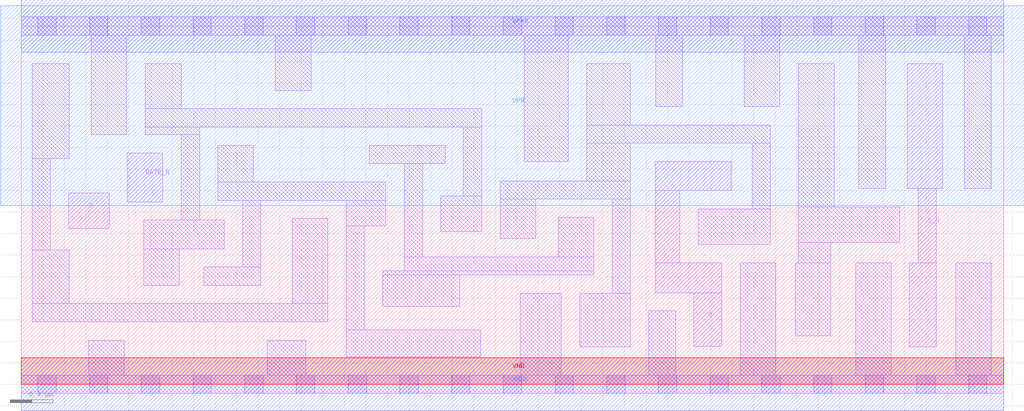
<source format=lef>
# Copyright 2020 The SkyWater PDK Authors
#
# Licensed under the Apache License, Version 2.0 (the "License");
# you may not use this file except in compliance with the License.
# You may obtain a copy of the License at
#
#     https://www.apache.org/licenses/LICENSE-2.0
#
# Unless required by applicable law or agreed to in writing, software
# distributed under the License is distributed on an "AS IS" BASIS,
# WITHOUT WARRANTIES OR CONDITIONS OF ANY KIND, either express or implied.
# See the License for the specific language governing permissions and
# limitations under the License.
#
# SPDX-License-Identifier: Apache-2.0

VERSION 5.7 ;
  NOWIREEXTENSIONATPIN ON ;
  DIVIDERCHAR "/" ;
  BUSBITCHARS "[]" ;
MACRO sky130_fd_sc_hs__dlxbn_2
  CLASS CORE ;
  FOREIGN sky130_fd_sc_hs__dlxbn_2 ;
  ORIGIN  0.000000  0.000000 ;
  SIZE  9.120000 BY  3.330000 ;
  SYMMETRY X Y ;
  SITE unit ;
  PIN D
    ANTENNAGATEAREA  0.208500 ;
    DIRECTION INPUT ;
    USE SIGNAL ;
    PORT
      LAYER li1 ;
        RECT 0.440000 1.450000 0.815000 1.780000 ;
    END
  END D
  PIN Q
    ANTENNADIFFAREA  0.543200 ;
    DIRECTION OUTPUT ;
    USE SIGNAL ;
    PORT
      LAYER li1 ;
        RECT 5.885000 0.850000 6.505000 1.130000 ;
        RECT 5.885000 1.130000 6.115000 1.800000 ;
        RECT 5.885000 1.800000 6.590000 2.070000 ;
        RECT 6.245000 0.355000 6.505000 0.850000 ;
    END
  END Q
  PIN Q_N
    ANTENNADIFFAREA  0.543200 ;
    DIRECTION OUTPUT ;
    USE SIGNAL ;
    PORT
      LAYER li1 ;
        RECT 8.225000 1.820000 8.555000 2.980000 ;
        RECT 8.245000 0.350000 8.495000 1.130000 ;
        RECT 8.325000 1.130000 8.495000 1.820000 ;
    END
  END Q_N
  PIN GATE_N
    ANTENNAGATEAREA  0.237000 ;
    DIRECTION INPUT ;
    USE CLOCK ;
    PORT
      LAYER li1 ;
        RECT 0.985000 1.695000 1.315000 2.150000 ;
    END
  END GATE_N
  PIN VGND
    DIRECTION INOUT ;
    USE GROUND ;
    PORT
      LAYER met1 ;
        RECT 0.000000 -0.245000 9.120000 0.245000 ;
    END
  END VGND
  PIN VNB
    DIRECTION INOUT ;
    USE GROUND ;
    PORT
      LAYER pwell ;
        RECT 0.000000 0.000000 9.120000 0.245000 ;
    END
  END VNB
  PIN VPB
    DIRECTION INOUT ;
    USE POWER ;
    PORT
      LAYER nwell ;
        RECT -0.190000 1.660000 9.310000 3.520000 ;
    END
  END VPB
  PIN VPWR
    DIRECTION INOUT ;
    USE POWER ;
    PORT
      LAYER met1 ;
        RECT 0.000000 3.085000 9.120000 3.575000 ;
    END
  END VPWR
  OBS
    LAYER li1 ;
      RECT 0.000000 -0.085000 9.120000 0.085000 ;
      RECT 0.000000  3.245000 9.120000 3.415000 ;
      RECT 0.100000  0.580000 2.845000 0.750000 ;
      RECT 0.100000  0.750000 0.445000 1.250000 ;
      RECT 0.100000  1.250000 0.270000 2.100000 ;
      RECT 0.100000  2.100000 0.445000 2.980000 ;
      RECT 0.625000  0.085000 0.955000 0.410000 ;
      RECT 0.650000  2.320000 0.980000 3.245000 ;
      RECT 1.135000  0.920000 1.465000 1.260000 ;
      RECT 1.135000  1.260000 1.885000 1.525000 ;
      RECT 1.150000  2.320000 1.655000 2.390000 ;
      RECT 1.150000  2.390000 4.275000 2.560000 ;
      RECT 1.150000  2.560000 1.485000 2.980000 ;
      RECT 1.485000  1.525000 1.655000 2.320000 ;
      RECT 1.695000  0.920000 2.225000 1.090000 ;
      RECT 1.825000  1.710000 3.385000 1.880000 ;
      RECT 1.825000  1.880000 2.155000 2.220000 ;
      RECT 2.055000  1.090000 2.225000 1.710000 ;
      RECT 2.285000  0.085000 2.640000 0.410000 ;
      RECT 2.360000  2.730000 2.690000 3.245000 ;
      RECT 2.515000  0.750000 2.845000 1.540000 ;
      RECT 3.015000  0.255000 4.265000 0.505000 ;
      RECT 3.015000  0.505000 3.185000 1.470000 ;
      RECT 3.015000  1.470000 3.385000 1.710000 ;
      RECT 3.230000  2.050000 3.935000 2.220000 ;
      RECT 3.355000  0.725000 4.070000 1.015000 ;
      RECT 3.355000  1.015000 5.315000 1.055000 ;
      RECT 3.555000  1.055000 5.315000 1.185000 ;
      RECT 3.555000  1.185000 3.725000 2.050000 ;
      RECT 3.895000  1.420000 4.275000 1.750000 ;
      RECT 4.105000  1.750000 4.275000 2.390000 ;
      RECT 4.445000  1.355000 4.775000 1.720000 ;
      RECT 4.445000  1.720000 5.655000 1.890000 ;
      RECT 4.630000  0.085000 5.015000 0.845000 ;
      RECT 4.670000  2.070000 5.080000 3.245000 ;
      RECT 4.985000  1.185000 5.315000 1.550000 ;
      RECT 5.185000  0.350000 5.655000 0.845000 ;
      RECT 5.250000  1.890000 5.655000 2.240000 ;
      RECT 5.250000  2.240000 6.955000 2.410000 ;
      RECT 5.250000  2.410000 5.655000 2.980000 ;
      RECT 5.485000  0.845000 5.655000 1.720000 ;
      RECT 5.825000  0.085000 6.075000 0.680000 ;
      RECT 5.890000  2.580000 6.140000 3.245000 ;
      RECT 6.285000  1.300000 6.955000 1.630000 ;
      RECT 6.675000  0.085000 7.005000 1.130000 ;
      RECT 6.710000  2.580000 7.040000 3.245000 ;
      RECT 6.785000  1.630000 6.955000 2.240000 ;
      RECT 7.185000  0.450000 7.515000 1.130000 ;
      RECT 7.215000  1.130000 7.515000 1.320000 ;
      RECT 7.215000  1.320000 8.155000 1.650000 ;
      RECT 7.215000  1.650000 7.545000 2.980000 ;
      RECT 7.745000  0.085000 8.075000 1.130000 ;
      RECT 7.775000  1.820000 8.025000 3.245000 ;
      RECT 8.675000  0.085000 9.005000 1.130000 ;
      RECT 8.755000  1.820000 9.005000 3.245000 ;
    LAYER mcon ;
      RECT 0.155000 -0.085000 0.325000 0.085000 ;
      RECT 0.155000  3.245000 0.325000 3.415000 ;
      RECT 0.635000 -0.085000 0.805000 0.085000 ;
      RECT 0.635000  3.245000 0.805000 3.415000 ;
      RECT 1.115000 -0.085000 1.285000 0.085000 ;
      RECT 1.115000  3.245000 1.285000 3.415000 ;
      RECT 1.595000 -0.085000 1.765000 0.085000 ;
      RECT 1.595000  3.245000 1.765000 3.415000 ;
      RECT 2.075000 -0.085000 2.245000 0.085000 ;
      RECT 2.075000  3.245000 2.245000 3.415000 ;
      RECT 2.555000 -0.085000 2.725000 0.085000 ;
      RECT 2.555000  3.245000 2.725000 3.415000 ;
      RECT 3.035000 -0.085000 3.205000 0.085000 ;
      RECT 3.035000  3.245000 3.205000 3.415000 ;
      RECT 3.515000 -0.085000 3.685000 0.085000 ;
      RECT 3.515000  3.245000 3.685000 3.415000 ;
      RECT 3.995000 -0.085000 4.165000 0.085000 ;
      RECT 3.995000  3.245000 4.165000 3.415000 ;
      RECT 4.475000 -0.085000 4.645000 0.085000 ;
      RECT 4.475000  3.245000 4.645000 3.415000 ;
      RECT 4.955000 -0.085000 5.125000 0.085000 ;
      RECT 4.955000  3.245000 5.125000 3.415000 ;
      RECT 5.435000 -0.085000 5.605000 0.085000 ;
      RECT 5.435000  3.245000 5.605000 3.415000 ;
      RECT 5.915000 -0.085000 6.085000 0.085000 ;
      RECT 5.915000  3.245000 6.085000 3.415000 ;
      RECT 6.395000 -0.085000 6.565000 0.085000 ;
      RECT 6.395000  3.245000 6.565000 3.415000 ;
      RECT 6.875000 -0.085000 7.045000 0.085000 ;
      RECT 6.875000  3.245000 7.045000 3.415000 ;
      RECT 7.355000 -0.085000 7.525000 0.085000 ;
      RECT 7.355000  3.245000 7.525000 3.415000 ;
      RECT 7.835000 -0.085000 8.005000 0.085000 ;
      RECT 7.835000  3.245000 8.005000 3.415000 ;
      RECT 8.315000 -0.085000 8.485000 0.085000 ;
      RECT 8.315000  3.245000 8.485000 3.415000 ;
      RECT 8.795000 -0.085000 8.965000 0.085000 ;
      RECT 8.795000  3.245000 8.965000 3.415000 ;
  END
END sky130_fd_sc_hs__dlxbn_2
END LIBRARY

</source>
